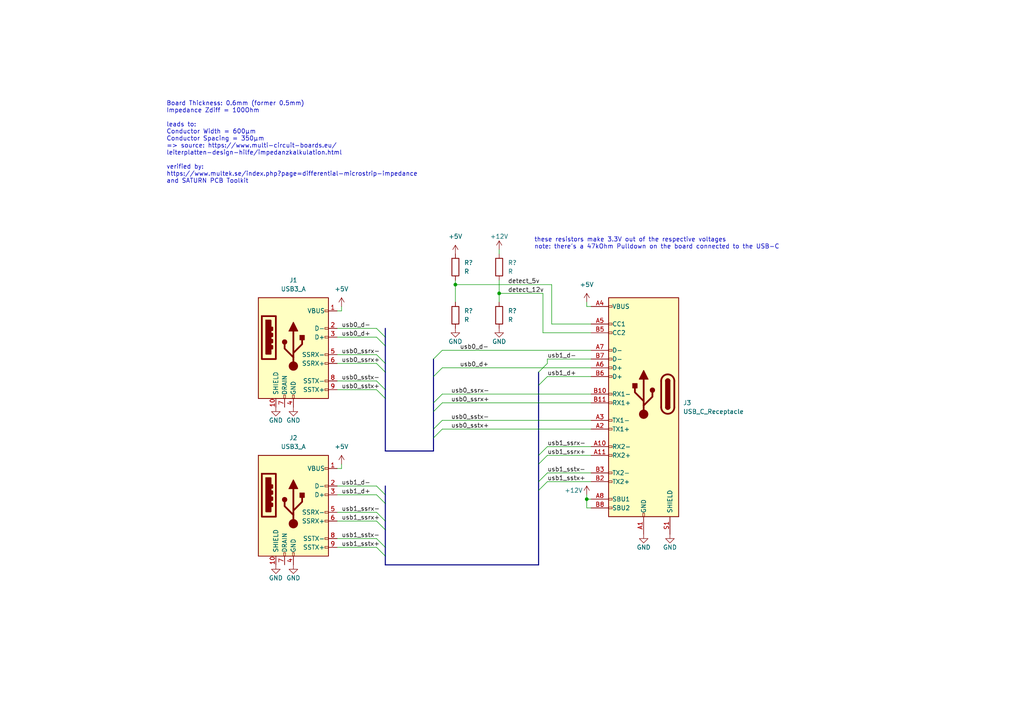
<source format=kicad_sch>
(kicad_sch (version 20211123) (generator eeschema)
  (paper "A4")
  (title_block (title "BaSe_SATA_Adapter_HDD_V2_0") (rev "rev1") (company "Gras7 Labs") (comment 1 "Adapts a USB-C connector to two USB3.1 A Connectors"))
  (lib_symbols
    (symbol "Connector:USB3_A" (pin_names (offset 1.016))
      (property "Reference" "J" (at -10.16 15.24 0))
      (property "Value" "USB3_A" (at 10.16 15.24 0))
      (symbol "USB3_A_0_0"
        (rectangle (start -9.144 8.636) (end -5.08 -3.81) (stroke (width 0.508)))
        (rectangle (start -7.874 7.366) (end -6.604 -2.286) (stroke (width 0.508)) (fill (type outline)))
        (rectangle (start -6.35 0) (end -6.096 -0.762) (stroke (width 0.508)))
        (rectangle (start -6.35 1.778) (end -6.096 1.016) (stroke (width 0.508)))
        (rectangle (start -6.35 3.556) (end -6.096 2.794) (stroke (width 0.508)))
        (rectangle (start -6.35 5.334) (end -6.096 4.572) (stroke (width 0.508)))
        (rectangle (start -2.794 -15.24) (end -2.286 -14.224))
        (rectangle (start -0.254 -15.24) (end 0.254 -14.224))
        (rectangle (start 10.16 -12.446) (end 9.144 -12.954))
        (rectangle (start 10.16 -9.906) (end 9.144 -10.414))
        (rectangle (start 10.16 -4.826) (end 9.144 -5.334))
        (rectangle (start 10.16 -2.286) (end 9.144 -2.794))
        (rectangle (start 10.16 2.794) (end 9.144 2.286))
        (rectangle (start 10.16 5.334) (end 9.144 4.826))
        (rectangle (start 10.16 10.414) (end 9.144 9.906))
      )
      (symbol "USB3_A_0_1"
        (rectangle (start -10.16 13.97) (end 10.16 -15.24) (stroke (width 0.254)) (fill (type background)))
      )
      (symbol "USB3_A_1_1"
        (circle (center -2.54 1.143) (radius 0.635) (stroke (width 0.254)) (fill (type outline)))
        (circle (center 0 -5.842) (radius 1.27) (fill (type outline)))
        (polyline (pts (xy 0 -5.842) (xy 0 4.318)) (stroke (width 0.508)))
        (polyline (pts (xy 0 -3.302) (xy -2.54 -0.762) (xy -2.54 0.508)) (stroke (width 0.508)))
        (polyline (pts (xy 0 -2.032) (xy 2.54 0.508) (xy 2.54 1.778)) (stroke (width 0.508)))
        (polyline (pts (xy -1.27 4.318) (xy 0 6.858) (xy 1.27 4.318) (xy -1.27 4.318)) (stroke (width 0.254)) (fill (type outline)))
        (rectangle (start 1.905 1.778) (end 3.175 3.048) (stroke (width 0.254)) (fill (type outline)))
        (pin power_in line (at 12.7 10.16 180) (length 2.54) (name "VBUS") (number "1"))
        (pin passive line (at -5.08 -17.78 90) (length 2.54) (name "SHIELD") (number "10"))
        (pin bidirectional line (at 12.7 5.08 180) (length 2.54) (name "D-") (number "2"))
        (pin bidirectional line (at 12.7 2.54 180) (length 2.54) (name "D+") (number "3"))
        (pin power_in line (at 0 -17.78 90) (length 2.54) (name "GND") (number "4"))
        (pin output line (at 12.7 -2.54 180) (length 2.54) (name "SSRX-") (number "5"))
        (pin output line (at 12.7 -5.08 180) (length 2.54) (name "SSRX+") (number "6"))
        (pin passive line (at -2.54 -17.78 90) (length 2.54) (name "DRAIN") (number "7"))
        (pin input line (at 12.7 -10.16 180) (length 2.54) (name "SSTX-") (number "8"))
        (pin input line (at 12.7 -12.7 180) (length 2.54) (name "SSTX+") (number "9"))
      )
    )
    (symbol "Connector:USB_C_Receptacle" (pin_names (offset 1.016))
      (property "Reference" "J" (at -10.16 29.21 0))
      (property "Value" "USB_C_Receptacle" (at 10.16 29.21 0))
      (symbol "USB_C_Receptacle_0_0"
        (rectangle (start -0.254 -35.56) (end 0.254 -34.544))
        (rectangle (start 10.16 -32.766) (end 9.144 -33.274))
        (rectangle (start 10.16 -30.226) (end 9.144 -30.734))
        (rectangle (start 10.16 -25.146) (end 9.144 -25.654))
        (rectangle (start 10.16 -22.606) (end 9.144 -23.114))
        (rectangle (start 10.16 -17.526) (end 9.144 -18.034))
        (rectangle (start 10.16 -14.986) (end 9.144 -15.494))
        (rectangle (start 10.16 -9.906) (end 9.144 -10.414))
        (rectangle (start 10.16 -7.366) (end 9.144 -7.874))
        (rectangle (start 10.16 -2.286) (end 9.144 -2.794))
        (rectangle (start 10.16 0.254) (end 9.144 -0.254))
        (rectangle (start 10.16 5.334) (end 9.144 4.826))
        (rectangle (start 10.16 7.874) (end 9.144 7.366))
        (rectangle (start 10.16 10.414) (end 9.144 9.906))
        (rectangle (start 10.16 12.954) (end 9.144 12.446))
        (rectangle (start 10.16 18.034) (end 9.144 17.526))
        (rectangle (start 10.16 20.574) (end 9.144 20.066))
        (rectangle (start 10.16 25.654) (end 9.144 25.146))
      )
      (symbol "USB_C_Receptacle_0_1"
        (rectangle (start -10.16 27.94) (end 10.16 -35.56) (stroke (width 0.254)) (fill (type background)))
        (arc (start -8.89 -3.81) (mid -6.985 -5.715) (end -5.08 -3.81) (stroke (width 0.508)))
        (arc (start -7.62 -3.81) (mid -6.985 -4.445) (end -6.35 -3.81) (stroke (width 0.254)))
        (arc (start -7.62 -3.81) (mid -6.985 -4.445) (end -6.35 -3.81) (stroke (width 0.254)) (fill (type outline)))
        (rectangle (start -7.62 -3.81) (end -6.35 3.81) (stroke (width 0.254)) (fill (type outline)))
        (arc (start -6.35 3.81) (mid -6.985 4.445) (end -7.62 3.81) (stroke (width 0.254)))
        (arc (start -6.35 3.81) (mid -6.985 4.445) (end -7.62 3.81) (stroke (width 0.254)) (fill (type outline)))
        (arc (start -5.08 3.81) (mid -6.985 5.715) (end -8.89 3.81) (stroke (width 0.508)))
        (polyline (pts (xy -8.89 -3.81) (xy -8.89 3.81)) (stroke (width 0.508)))
        (polyline (pts (xy -5.08 3.81) (xy -5.08 -3.81)) (stroke (width 0.508)))
      )
      (symbol "USB_C_Receptacle_1_1"
        (circle (center -2.54 1.143) (radius 0.635) (stroke (width 0.254)) (fill (type outline)))
        (circle (center 0 -5.842) (radius 1.27) (fill (type outline)))
        (polyline (pts (xy 0 -5.842) (xy 0 4.318)) (stroke (width 0.508)))
        (polyline (pts (xy 0 -3.302) (xy -2.54 -0.762) (xy -2.54 0.508)) (stroke (width 0.508)))
        (polyline (pts (xy 0 -2.032) (xy 2.54 0.508) (xy 2.54 1.778)) (stroke (width 0.508)))
        (polyline (pts (xy -1.27 4.318) (xy 0 6.858) (xy 1.27 4.318) (xy -1.27 4.318)) (stroke (width 0.254)) (fill (type outline)))
        (rectangle (start 1.905 1.778) (end 3.175 3.048) (stroke (width 0.254)) (fill (type outline)))
        (pin passive line (at 0 -40.64 90) (length 5.08) (name "GND") (number "A1"))
        (pin bidirectional line (at 15.24 -15.24 180) (length 5.08) (name "RX2-") (number "A10"))
        (pin bidirectional line (at 15.24 -17.78 180) (length 5.08) (name "RX2+") (number "A11"))
        (pin passive line (at 0 -40.64 90) (length 5.08) hide (name "GND") (number "A12"))
        (pin bidirectional line (at 15.24 -10.16 180) (length 5.08) (name "TX1+") (number "A2"))
        (pin bidirectional line (at 15.24 -7.62 180) (length 5.08) (name "TX1-") (number "A3"))
        (pin passive line (at 15.24 25.4 180) (length 5.08) (name "VBUS") (number "A4"))
        (pin bidirectional line (at 15.24 20.32 180) (length 5.08) (name "CC1") (number "A5"))
        (pin bidirectional line (at 15.24 7.62 180) (length 5.08) (name "D+") (number "A6"))
        (pin bidirectional line (at 15.24 12.7 180) (length 5.08) (name "D-") (number "A7"))
        (pin bidirectional line (at 15.24 -30.48 180) (length 5.08) (name "SBU1") (number "A8"))
        (pin passive line (at 15.24 25.4 180) (length 5.08) hide (name "VBUS") (number "A9"))
        (pin passive line (at 0 -40.64 90) (length 5.08) hide (name "GND") (number "B1"))
        (pin bidirectional line (at 15.24 0 180) (length 5.08) (name "RX1-") (number "B10"))
        (pin bidirectional line (at 15.24 -2.54 180) (length 5.08) (name "RX1+") (number "B11"))
        (pin passive line (at 0 -40.64 90) (length 5.08) hide (name "GND") (number "B12"))
        (pin bidirectional line (at 15.24 -25.4 180) (length 5.08) (name "TX2+") (number "B2"))
        (pin bidirectional line (at 15.24 -22.86 180) (length 5.08) (name "TX2-") (number "B3"))
        (pin passive line (at 15.24 25.4 180) (length 5.08) hide (name "VBUS") (number "B4"))
        (pin bidirectional line (at 15.24 17.78 180) (length 5.08) (name "CC2") (number "B5"))
        (pin bidirectional line (at 15.24 5.08 180) (length 5.08) (name "D+") (number "B6"))
        (pin bidirectional line (at 15.24 10.16 180) (length 5.08) (name "D-") (number "B7"))
        (pin bidirectional line (at 15.24 -33.02 180) (length 5.08) (name "SBU2") (number "B8"))
        (pin passive line (at 15.24 25.4 180) (length 5.08) hide (name "VBUS") (number "B9"))
        (pin passive line (at -7.62 -40.64 90) (length 5.08) (name "SHIELD") (number "S1"))
      )
    )
    (symbol "Device:R" (pin_numbers hide) (pin_names (offset 0))
      (property "Reference" "R" (at 2.032 0 90))
      (property "Value" "R" (at 0 0 90))
      (symbol "R_0_1"
        (rectangle (start -1.016 -2.54) (end 1.016 2.54) (stroke (width 0.254)))
      )
      (symbol "R_1_1"
        (pin passive line (at 0 3.81 270) (length 1.27) (name "~") (number "1"))
        (pin passive line (at 0 -3.81 90) (length 1.27) (name "~") (number "2"))
      )
    )
    (symbol "power:+12V" (power) (pin_names (offset 0))
      (property "Value" "+12V" (at 0 3.556 0))
      (symbol "+12V_0_1"
        (polyline (pts (xy -0.762 1.27) (xy 0 2.54)))
        (polyline (pts (xy 0 0) (xy 0 2.54)))
        (polyline (pts (xy 0 2.54) (xy 0.762 1.27)))
      )
      (symbol "+12V_1_1"
        (pin power_in line (at 0 0 90) (length 0) hide (name "+12V") (number "1"))
      )
    )
    (symbol "power:+5V" (power) (pin_names (offset 0))
      (property "Value" "+5V" (at 0 3.556 0))
      (symbol "+5V_0_1"
        (polyline (pts (xy -0.762 1.27) (xy 0 2.54)))
        (polyline (pts (xy 0 0) (xy 0 2.54)))
        (polyline (pts (xy 0 2.54) (xy 0.762 1.27)))
      )
      (symbol "+5V_1_1"
        (pin power_in line (at 0 0 90) (length 0) hide (name "+5V") (number "1"))
      )
    )
    (symbol "power:GND" (power) (pin_names (offset 0))
      (property "Value" "GND" (at 0 -3.81 0))
      (symbol "GND_0_1"
        (polyline (pts (xy 0 0) (xy 0 -1.27) (xy 1.27 -1.27) (xy 0 -2.54) (xy -1.27 -1.27) (xy 0 -1.27)))
      )
      (symbol "GND_1_1"
        (pin power_in line (at 0 0 270) (length 0) hide (name "GND") (number "1"))
      )
    )
  )
  (junction (at 144.78 85.09))
  (junction (at 170.18 144.78))
  (junction (at 132.08 82.55))
  (bus_entry (at 109.22 110.49) (size 2.54 2.54))
  (bus_entry (at 109.22 113.03) (size 2.54 2.54))
  (bus_entry (at 109.22 102.87) (size 2.54 2.54))
  (bus_entry (at 109.22 105.41) (size 2.54 2.54))
  (bus_entry (at 109.22 95.25) (size 2.54 2.54))
  (bus_entry (at 109.22 97.79) (size 2.54 2.54))
  (bus_entry (at 156.21 139.7) (size 2.54 -2.54))
  (bus_entry (at 109.22 148.59) (size 2.54 2.54))
  (bus_entry (at 156.21 142.24) (size 2.54 -2.54))
  (bus_entry (at 156.21 111.76) (size 2.54 -2.54))
  (bus_entry (at 109.22 151.13) (size 2.54 2.54))
  (bus_entry (at 109.22 156.21) (size 2.54 2.54))
  (bus_entry (at 109.22 158.75) (size 2.54 2.54))
  (bus_entry (at 156.21 107.95) (size 2.54 -2.54))
  (bus_entry (at 156.21 134.62) (size 2.54 -2.54))
  (bus_entry (at 125.73 127) (size 2.54 -2.54))
  (bus_entry (at 125.73 124.46) (size 2.54 -2.54))
  (bus_entry (at 125.73 119.38) (size 2.54 -2.54))
  (bus_entry (at 125.73 109.22) (size 2.54 -2.54))
  (bus_entry (at 125.73 104.14) (size 2.54 -2.54))
  (bus_entry (at 125.73 116.84) (size 2.54 -2.54))
  (bus_entry (at 109.22 140.97) (size 2.54 2.54))
  (bus_entry (at 109.22 143.51) (size 2.54 2.54))
  (bus_entry (at 156.21 132.08) (size 2.54 -2.54))
  (wire (pts (xy 171.45 96.52) (xy 157.48 96.52)))
  (wire (pts (xy 128.27 121.92) (xy 171.45 121.92)))
  (wire (pts (xy 128.27 116.84) (xy 171.45 116.84)))
  (wire (pts (xy 144.78 85.09) (xy 144.78 87.63)))
  (bus (pts (xy 125.73 127) (xy 125.73 130.81)))
  (wire (pts (xy 99.06 88.9) (xy 99.06 90.17)))
  (bus (pts (xy 125.73 119.38) (xy 125.73 124.46)))
  (wire (pts (xy 97.79 151.13) (xy 109.22 151.13)))
  (wire (pts (xy 97.79 102.87) (xy 109.22 102.87)))
  (bus (pts (xy 125.73 104.14) (xy 125.73 109.22)))
  (wire (pts (xy 170.18 147.32) (xy 170.18 144.78)))
  (wire (pts (xy 171.45 147.32) (xy 170.18 147.32)))
  (wire (pts (xy 97.79 113.03) (xy 109.22 113.03)))
  (bus (pts (xy 125.73 116.84) (xy 125.73 119.38)))
  (wire (pts (xy 97.79 97.79) (xy 109.22 97.79)))
  (bus (pts (xy 111.76 115.57) (xy 111.76 130.81)))
  (bus (pts (xy 111.76 95.25) (xy 111.76 97.79)))
  (wire (pts (xy 160.02 82.55) (xy 132.08 82.55)))
  (wire (pts (xy 144.78 81.28) (xy 144.78 85.09)))
  (wire (pts (xy 170.18 144.78) (xy 171.45 144.78)))
  (bus (pts (xy 111.76 113.03) (xy 111.76 115.57)))
  (wire (pts (xy 99.06 134.62) (xy 99.06 135.89)))
  (bus (pts (xy 156.21 139.7) (xy 156.21 142.24)))
  (wire (pts (xy 158.75 137.16) (xy 171.45 137.16)))
  (wire (pts (xy 158.75 109.22) (xy 171.45 109.22)))
  (wire (pts (xy 99.06 90.17) (xy 97.79 90.17)))
  (wire (pts (xy 170.18 87.63) (xy 170.18 88.9)))
  (bus (pts (xy 111.76 97.79) (xy 111.76 100.33)))
  (bus (pts (xy 156.21 107.95) (xy 156.21 111.76)))
  (wire (pts (xy 157.48 96.52) (xy 157.48 85.09)))
  (wire (pts (xy 128.27 101.6) (xy 171.45 101.6)))
  (wire (pts (xy 132.08 82.55) (xy 132.08 87.63)))
  (bus (pts (xy 111.76 105.41) (xy 111.76 107.95)))
  (bus (pts (xy 111.76 107.95) (xy 111.76 113.03)))
  (bus (pts (xy 156.21 163.83) (xy 111.76 163.83)))
  (wire (pts (xy 97.79 110.49) (xy 109.22 110.49)))
  (wire (pts (xy 97.79 158.75) (xy 109.22 158.75)))
  (bus (pts (xy 111.76 140.97) (xy 111.76 143.51)))
  (wire (pts (xy 170.18 88.9) (xy 171.45 88.9)))
  (bus (pts (xy 111.76 146.05) (xy 111.76 151.13)))
  (wire (pts (xy 128.27 106.68) (xy 171.45 106.68)))
  (wire (pts (xy 144.78 72.39) (xy 144.78 73.66)))
  (wire (pts (xy 171.45 93.98) (xy 160.02 93.98)))
  (bus (pts (xy 111.76 143.51) (xy 111.76 146.05)))
  (wire (pts (xy 97.79 143.51) (xy 109.22 143.51)))
  (bus (pts (xy 125.73 124.46) (xy 125.73 127)))
  (wire (pts (xy 158.75 132.08) (xy 171.45 132.08)))
  (wire (pts (xy 97.79 140.97) (xy 109.22 140.97)))
  (wire (pts (xy 128.27 124.46) (xy 171.45 124.46)))
  (wire (pts (xy 97.79 95.25) (xy 109.22 95.25)))
  (wire (pts (xy 170.18 143.51) (xy 170.18 144.78)))
  (bus (pts (xy 156.21 111.76) (xy 156.21 132.08)))
  (wire (pts (xy 132.08 82.55) (xy 132.08 81.28)))
  (wire (pts (xy 158.75 104.14) (xy 158.75 105.41)))
  (wire (pts (xy 99.06 135.89) (xy 97.79 135.89)))
  (wire (pts (xy 157.48 85.09) (xy 144.78 85.09)))
  (bus (pts (xy 111.76 161.29) (xy 111.76 163.83)))
  (bus (pts (xy 156.21 132.08) (xy 156.21 134.62)))
  (bus (pts (xy 156.21 134.62) (xy 156.21 139.7)))
  (bus (pts (xy 125.73 109.22) (xy 125.73 116.84)))
  (wire (pts (xy 158.75 129.54) (xy 171.45 129.54)))
  (wire (pts (xy 97.79 148.59) (xy 109.22 148.59)))
  (bus (pts (xy 111.76 100.33) (xy 111.76 105.41)))
  (bus (pts (xy 111.76 151.13) (xy 111.76 153.67)))
  (wire (pts (xy 160.02 93.98) (xy 160.02 82.55)))
  (wire (pts (xy 128.27 114.3) (xy 171.45 114.3)))
  (wire (pts (xy 158.75 139.7) (xy 171.45 139.7)))
  (wire (pts (xy 158.75 104.14) (xy 171.45 104.14)))
  (bus (pts (xy 156.21 142.24) (xy 156.21 163.83)))
  (bus (pts (xy 111.76 130.81) (xy 125.73 130.81)))
  (bus (pts (xy 111.76 153.67) (xy 111.76 158.75)))
  (wire (pts (xy 97.79 156.21) (xy 109.22 156.21)))
  (wire (pts (xy 97.79 105.41) (xy 109.22 105.41)))
  (bus (pts (xy 111.76 158.75) (xy 111.76 161.29)))
  (text "these resistors make 3.3V out of the respective voltages\nnote: there's a 47kOhm Pulldown on the board connected to the USB-C" (at 154.94 72.39 0) (effects (font (size 1.27 1.27)) (justify left bottom)))
  (text "Board Thickness: 0.6mm (former 0.5mm)\nImpedance Zdiff = 100Ohm\n\nleads to:\nConductor Width = 600µm\nConductor Spacing = 350µm\n=> source: https://www.multi-circuit-boards.eu/\nleiterplatten-design-hilfe/impedanzkalkulation.html\n\nverified by:\nhttps://www.multek.se/index.php?page=differential-microstrip-impedance\nand SATURN PCB Toolkit" (at 48.26 53.34 0) (effects (font (size 1.27 1.27)) (justify left bottom)))
  (label "usb1_ssrx-" (at 99.06 148.59 0))
  (label "usb0_ssrx-" (at 130.81 114.3 0))
  (label "usb0_ssrx+" (at 99.06 105.41 0))
  (label "usb1_ssrx+" (at 99.06 151.13 0))
  (label "usb1_sstx-" (at 99.06 156.21 0))
  (label "usb1_sstx+" (at 99.06 158.75 0))
  (label "detect_5v" (at 147.32 82.55 0))
  (label "usb0_ssrx+" (at 130.81 116.84 0))
  (label "detect_12v" (at 147.32 85.09 0))
  (label "usb1_d-" (at 99.06 140.97 0))
  (label "usb1_ssrx-" (at 158.75 129.54 0))
  (label "usb0_sstx-" (at 99.06 110.49 0))
  (label "usb1_ssrx+" (at 158.75 132.08 0))
  (label "usb0_ssrx-" (at 99.06 102.87 0))
  (label "usb1_sstx-" (at 158.75 137.16 0))
  (label "usb1_d+" (at 158.75 109.22 0))
  (label "usb0_d-" (at 133.35 101.6 0))
  (label "usb1_d-" (at 158.75 104.14 0))
  (label "usb0_sstx+" (at 99.06 113.03 0))
  (label "usb0_sstx-" (at 130.81 121.92 0))
  (label "usb1_sstx+" (at 158.75 139.7 0))
  (label "usb0_d+" (at 133.35 106.68 0))
  (label "usb0_d-" (at 99.06 95.25 0))
  (label "usb0_sstx+" (at 130.81 124.46 0))
  (label "usb0_d+" (at 99.06 97.79 0))
  (label "usb1_d+" (at 99.06 143.51 0))
  (symbol (lib_id "power:+5V") (at 99.06 134.62 0) (unit 1)
    (property "Reference" "#PWR?" (effects hide))
    (property "Value" "+5V" (at 99.06 129.54 0))
  )
  (symbol (lib_id "power:+5V") (at 170.18 87.63 0) (unit 1)
    (property "Reference" "#PWR?" (effects hide))
    (property "Value" "+5V" (at 170.18 82.55 0))
  )
  (symbol (lib_id "Device:R") (at 144.78 91.44 0) (unit 1)
    (property "Reference" "R?" (at 147.32 90.1699 0) (effects (justify left)))
    (property "Value" "R" (at 147.32 92.7099 0) (effects (justify left)))
  )
  (symbol (lib_id "power:+12V") (at 170.18 143.51 0) (unit 1)
    (property "Reference" "#PWR?" (effects hide))
    (property "Value" "+12V" (at 166.37 142.24 0))
  )
  (symbol (lib_id "power:+5V") (at 132.08 73.66 0) (unit 1)
    (property "Reference" "#PWR?" (effects hide))
    (property "Value" "+5V" (at 132.08 68.58 0))
  )
  (symbol (lib_id "Device:R") (at 132.08 91.44 0) (unit 1)
    (property "Reference" "R?" (at 134.62 90.1699 0) (effects (justify left)))
    (property "Value" "R" (at 134.62 92.7099 0) (effects (justify left)))
  )
  (symbol (lib_id "Connector:USB3_A") (at 85.09 146.05 0) (unit 1)
    (property "Reference" "J2" (at 85.09 127 0))
    (property "Value" "USB3_A" (at 85.09 129.54 0))
  )
  (symbol (lib_id "power:+12V") (at 144.78 72.39 0) (unit 1)
    (property "Reference" "#PWR?" (effects hide))
    (property "Value" "+12V" (at 144.78 68.58 0))
  )
  (symbol (lib_id "Connector:USB_C_Receptacle") (at 186.69 114.3 0) (mirror y) (unit 1)
    (property "Reference" "J3" (at 198.12 116.8399 0) (effects (justify right)))
    (property "Value" "USB_C_Receptacle" (at 198.12 119.3799 0) (effects (justify right)))
    (property "Footprint" "Connector_USB:USB_C_Receptacle_Amphenol_12401548E4-2A" (effects hide))
    (property "Datasheet" "https://www.usb.org/sites/default/files/documents/usb_type-c.zip" (effects hide))
  )
  (symbol (lib_id "Connector:USB3_A") (at 85.09 100.33 0) (unit 1)
    (property "Reference" "J1" (at 85.09 81.28 0))
    (property "Value" "USB3_A" (at 85.09 83.82 0))
    (property "Footprint" "Connector_USB:USB3_A_Molex_48393-001" (effects hide))
  )
  (symbol (lib_id "power:GND") (at 80.01 163.83 0) (unit 1)
    (property "Reference" "#PWR?" (effects hide))
    (property "Value" "GND" (at 80.01 167.64 0))
  )
  (symbol (lib_id "power:GND") (at 85.09 163.83 0) (unit 1)
    (property "Reference" "#PWR?" (effects hide))
    (property "Value" "GND" (at 85.09 167.64 0))
  )
  (symbol (lib_id "Device:R") (at 132.08 77.47 0) (unit 1)
    (property "Reference" "R?" (at 134.62 76.1999 0) (effects (justify left)))
    (property "Value" "R" (at 134.62 78.7399 0) (effects (justify left)))
  )
  (symbol (lib_id "power:GND") (at 132.08 95.25 0) (unit 1)
    (property "Reference" "#PWR?" (effects hide))
    (property "Value" "GND" (at 132.08 99.06 0))
  )
  (symbol (lib_id "power:GND") (at 144.78 95.25 0) (unit 1)
    (property "Reference" "#PWR?" (effects hide))
    (property "Value" "GND" (at 144.78 99.06 0))
  )
  (symbol (lib_id "Device:R") (at 144.78 77.47 0) (unit 1)
    (property "Reference" "R?" (at 147.32 76.1999 0) (effects (justify left)))
    (property "Value" "R" (at 147.32 78.7399 0) (effects (justify left)))
  )
  (symbol (lib_id "power:GND") (at 80.01 118.11 0) (unit 1)
    (property "Reference" "#PWR?" (effects hide))
    (property "Value" "GND" (at 80.01 121.92 0))
  )
  (symbol (lib_id "power:GND") (at 194.31 154.94 0) (unit 1)
    (property "Reference" "#PWR?" (effects hide))
    (property "Value" "GND" (at 194.31 158.75 0))
  )
  (symbol (lib_id "power:GND") (at 186.69 154.94 0) (unit 1)
    (property "Reference" "#PWR?" (effects hide))
    (property "Value" "GND" (at 186.69 158.75 0))
  )
  (symbol (lib_id "power:GND") (at 85.09 118.11 0) (unit 1)
    (property "Reference" "#PWR?" (effects hide))
    (property "Value" "GND" (at 85.09 121.92 0))
  )
  (symbol (lib_id "power:+5V") (at 99.06 88.9 0) (unit 1)
    (property "Reference" "#PWR?" (effects hide))
    (property "Value" "+5V" (at 99.06 83.82 0))
  )
)
</source>
